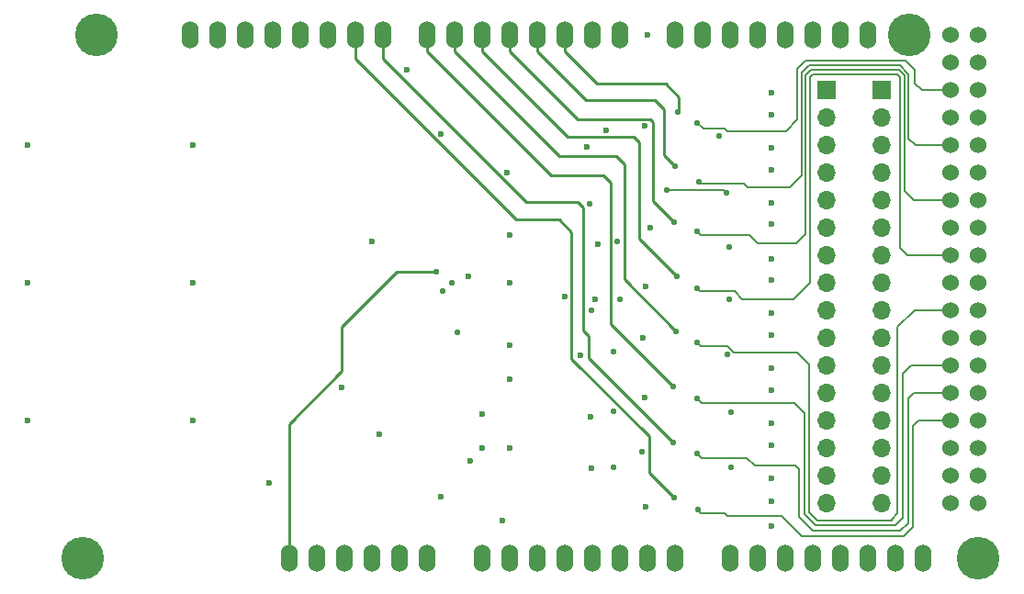
<source format=gbr>
G04 #@! TF.FileFunction,Copper,L2,Inr,Signal*
%FSLAX46Y46*%
G04 Gerber Fmt 4.6, Leading zero omitted, Abs format (unit mm)*
G04 Created by KiCad (PCBNEW 4.0.5) date Thursday, 11 May 2017 'PMt' 15:34:45*
%MOMM*%
%LPD*%
G01*
G04 APERTURE LIST*
%ADD10C,0.100000*%
%ADD11R,1.700000X1.700000*%
%ADD12O,1.700000X1.700000*%
%ADD13C,0.600000*%
%ADD14O,1.524000X2.540000*%
%ADD15C,3.937000*%
%ADD16C,1.524000*%
%ADD17C,0.550000*%
%ADD18C,0.250000*%
%ADD19C,0.200000*%
%ADD20C,0.150000*%
G04 APERTURE END LIST*
D10*
D11*
X180340000Y-83820000D03*
D12*
X180340000Y-86360000D03*
X180340000Y-88900000D03*
X180340000Y-91440000D03*
X180340000Y-93980000D03*
X180340000Y-96520000D03*
X180340000Y-99060000D03*
X180340000Y-101600000D03*
X180340000Y-104140000D03*
X180340000Y-106680000D03*
X180340000Y-109220000D03*
X180340000Y-111760000D03*
X180340000Y-114300000D03*
X180340000Y-116840000D03*
X180340000Y-119380000D03*
X180340000Y-121920000D03*
D11*
X175260000Y-83820000D03*
D12*
X175260000Y-86360000D03*
X175260000Y-88900000D03*
X175260000Y-91440000D03*
X175260000Y-93980000D03*
X175260000Y-96520000D03*
X175260000Y-99060000D03*
X175260000Y-101600000D03*
X175260000Y-104140000D03*
X175260000Y-106680000D03*
X175260000Y-109220000D03*
X175260000Y-111760000D03*
X175260000Y-114300000D03*
X175260000Y-116840000D03*
X175260000Y-119380000D03*
X175260000Y-121920000D03*
D13*
X101600000Y-101600000D03*
X116840000Y-101600000D03*
X101600000Y-88900000D03*
X116840000Y-88900000D03*
X101600000Y-114300000D03*
X116840000Y-114300000D03*
X158750000Y-78740000D03*
X123825000Y-120015000D03*
X139700000Y-121285000D03*
X136525000Y-81915000D03*
X142240000Y-100965000D03*
X133350000Y-97790000D03*
X133985000Y-115570000D03*
D14*
X161285000Y-78750000D03*
X163825000Y-78750000D03*
X166365000Y-78750000D03*
X168905000Y-78750000D03*
X171445000Y-78750000D03*
X173985000Y-78750000D03*
X176525000Y-78750000D03*
X179065000Y-78750000D03*
X184145000Y-127010000D03*
X181605000Y-127010000D03*
X179065000Y-127010000D03*
X176525000Y-127010000D03*
X166365000Y-127010000D03*
X161285000Y-127010000D03*
X158745000Y-127010000D03*
X168905000Y-127010000D03*
X171445000Y-127010000D03*
X173985000Y-127010000D03*
X156205000Y-127010000D03*
X153665000Y-127010000D03*
X151125000Y-127010000D03*
X143505000Y-127010000D03*
X146045000Y-127010000D03*
X148585000Y-127010000D03*
X138425000Y-127010000D03*
X135885000Y-127010000D03*
X133345000Y-127010000D03*
X128265000Y-127010000D03*
X125725000Y-127010000D03*
X156205000Y-78750000D03*
X153665000Y-78750000D03*
X151125000Y-78750000D03*
X148585000Y-78750000D03*
X146045000Y-78750000D03*
X143505000Y-78750000D03*
X140965000Y-78750000D03*
X138425000Y-78750000D03*
X134361000Y-78750000D03*
X131821000Y-78750000D03*
X129281000Y-78750000D03*
X126741000Y-78750000D03*
X124201000Y-78750000D03*
X121661000Y-78750000D03*
X119121000Y-78750000D03*
X116581000Y-78750000D03*
X130805000Y-127010000D03*
D15*
X189225000Y-127010000D03*
X182875000Y-78750000D03*
X107945000Y-78750000D03*
X106675000Y-127010000D03*
D16*
X186685000Y-81290000D03*
X189225000Y-81290000D03*
X186685000Y-83830000D03*
X189225000Y-83830000D03*
X186685000Y-86370000D03*
X189225000Y-86370000D03*
X186685000Y-88910000D03*
X189225000Y-88910000D03*
X186685000Y-78750000D03*
X189225000Y-78750000D03*
X189225000Y-91450000D03*
X186685000Y-91450000D03*
X186685000Y-93990000D03*
X189225000Y-93990000D03*
X186685000Y-96530000D03*
X189225000Y-96530000D03*
X186685000Y-99070000D03*
X189225000Y-99070000D03*
X186685000Y-101610000D03*
X189225000Y-101610000D03*
X186685000Y-104150000D03*
X189225000Y-104150000D03*
X186685000Y-106690000D03*
X189225000Y-106690000D03*
X186685000Y-109230000D03*
X189225000Y-109230000D03*
X186685000Y-111770000D03*
X189225000Y-111770000D03*
X186685000Y-114310000D03*
X189225000Y-114310000D03*
X186685000Y-116850000D03*
X189225000Y-116850000D03*
X186685000Y-119390000D03*
X189225000Y-119390000D03*
X186685000Y-121930000D03*
X189225000Y-121930000D03*
D17*
X139280900Y-100596700D03*
X139827000Y-102362000D03*
X140716000Y-101600000D03*
D13*
X130556000Y-111252000D03*
D17*
X141224000Y-106172000D03*
D13*
X139700000Y-87884000D03*
X153924000Y-103124000D03*
X145796000Y-91440000D03*
X151130000Y-102870000D03*
X146050000Y-97155000D03*
X146050000Y-101600000D03*
X146050000Y-107315000D03*
X143510000Y-113665000D03*
X146050000Y-110490000D03*
X146050000Y-116840000D03*
X143510000Y-116840000D03*
D17*
X160528000Y-93062900D03*
X166478624Y-118636376D03*
X155575000Y-118618000D03*
X166478624Y-113556376D03*
X155575000Y-113411000D03*
X166116000Y-108204000D03*
X155575000Y-107950000D03*
X166243000Y-103124000D03*
X156210000Y-103124000D03*
X166243000Y-98298000D03*
X155946000Y-97790000D03*
X166008145Y-93299300D03*
D13*
X154940000Y-87503000D03*
D17*
X165354000Y-88011000D03*
D13*
X170200000Y-121700000D03*
X170200000Y-119650000D03*
X170200000Y-86100000D03*
X170200000Y-91150000D03*
X170200000Y-89150000D03*
X170200000Y-96200000D03*
X170200000Y-94200000D03*
X170200000Y-99350000D03*
X170200000Y-101300000D03*
X170200000Y-106400000D03*
X170200000Y-104400000D03*
X170200000Y-111450000D03*
X170200000Y-109450000D03*
X170200000Y-114550000D03*
X170200000Y-116550000D03*
X170200000Y-84050000D03*
X170200000Y-124050000D03*
X145350000Y-123550000D03*
X142400000Y-118000000D03*
D17*
X153543000Y-104140000D03*
D13*
X158496000Y-87122000D03*
X153162000Y-89027000D03*
D17*
X153416000Y-94312900D03*
D13*
X159004000Y-96520000D03*
X154152600Y-98044000D03*
X158572200Y-101892100D03*
X158343600Y-106667300D03*
X152539700Y-108280200D03*
X158457900Y-112179100D03*
X153530300Y-113982500D03*
D17*
X158252000Y-117182900D03*
D13*
X153619200Y-118643400D03*
X158597600Y-122199400D03*
D17*
X161544000Y-85831000D03*
X161250000Y-90800000D03*
X161200000Y-96000000D03*
X161450000Y-100955000D03*
X161400000Y-106035000D03*
X161100000Y-111150000D03*
X161150000Y-116350000D03*
X161200000Y-121400000D03*
X163365400Y-122534900D03*
X163340000Y-117366000D03*
X163340000Y-112222500D03*
X163340000Y-107117100D03*
X163340000Y-102100600D03*
X163340000Y-96880900D03*
X163478192Y-92231192D03*
X163340000Y-86847900D03*
D18*
X130581400Y-109728000D02*
X125730000Y-114579400D01*
X125730000Y-114579400D02*
X125730000Y-127000000D01*
X130581400Y-105613200D02*
X130581400Y-109728000D01*
X135597900Y-100596700D02*
X130581400Y-105613200D01*
X139280900Y-100596700D02*
X135597900Y-100596700D01*
D19*
X160528000Y-93062900D02*
X165771745Y-93062900D01*
X165771745Y-93062900D02*
X166008145Y-93299300D01*
D18*
X161660000Y-85715000D02*
X161544000Y-85831000D01*
X160401000Y-83185000D02*
X161660000Y-84444000D01*
X161660000Y-84444000D02*
X161660000Y-85715000D01*
X154055000Y-83185000D02*
X160401000Y-83185000D01*
X151130000Y-78740000D02*
X151130000Y-80260000D01*
X151130000Y-80260000D02*
X154055000Y-83185000D01*
X160274000Y-85598000D02*
X160274000Y-89824000D01*
X160274000Y-89824000D02*
X161250000Y-90800000D01*
X159385000Y-84709000D02*
X160274000Y-85598000D01*
X153039000Y-84709000D02*
X159385000Y-84709000D01*
X148590000Y-78740000D02*
X148590000Y-80260000D01*
X148590000Y-80260000D02*
X153039000Y-84709000D01*
X159258000Y-86741000D02*
X159258000Y-94058000D01*
X159258000Y-94058000D02*
X161200000Y-96000000D01*
X159004000Y-86487000D02*
X159258000Y-86741000D01*
X152277000Y-86487000D02*
X159004000Y-86487000D01*
X146050000Y-78740000D02*
X146050000Y-80260000D01*
X146050000Y-80260000D02*
X152277000Y-86487000D01*
X157988000Y-88646000D02*
X157988000Y-97493000D01*
X157988000Y-97493000D02*
X161450000Y-100955000D01*
X157480000Y-88138000D02*
X157988000Y-88646000D01*
X151388000Y-88138000D02*
X157480000Y-88138000D01*
X143510000Y-78740000D02*
X143510000Y-80260000D01*
X143510000Y-80260000D02*
X151388000Y-88138000D01*
X156591000Y-90678000D02*
X156591000Y-101226000D01*
X156591000Y-101226000D02*
X161400000Y-106035000D01*
X155829000Y-89916000D02*
X156591000Y-90678000D01*
X150626000Y-89916000D02*
X155829000Y-89916000D01*
X140970000Y-78740000D02*
X140970000Y-80260000D01*
X140970000Y-80260000D02*
X150626000Y-89916000D01*
X155321000Y-92329000D02*
X155321000Y-105371000D01*
X155321000Y-105371000D02*
X161100000Y-111150000D01*
X154686000Y-91694000D02*
X155321000Y-92329000D01*
X149864000Y-91694000D02*
X154686000Y-91694000D01*
X138430000Y-78740000D02*
X138430000Y-80260000D01*
X138430000Y-80260000D02*
X149864000Y-91694000D01*
X152781000Y-105981500D02*
X152781000Y-94615000D01*
X152781000Y-94615000D02*
X152273000Y-94107000D01*
X153298999Y-106499499D02*
X152781000Y-105981500D01*
X153298999Y-108498999D02*
X153298999Y-106499499D01*
X134366000Y-78740000D02*
X134366000Y-80935002D01*
X134366000Y-80935002D02*
X147537998Y-94107000D01*
X147537998Y-94107000D02*
X152273000Y-94107000D01*
X153298999Y-108498999D02*
X161150000Y-116350000D01*
X158877000Y-115697000D02*
X158877000Y-119077000D01*
X158877000Y-119077000D02*
X161200000Y-121400000D01*
X151755001Y-108575001D02*
X158877000Y-115697000D01*
X150622000Y-95758000D02*
X151755001Y-96891001D01*
X151755001Y-96891001D02*
X151755001Y-108575001D01*
X146648998Y-95758000D02*
X150622000Y-95758000D01*
X131826000Y-78740000D02*
X131826000Y-80935002D01*
X131826000Y-80935002D02*
X146648998Y-95758000D01*
D20*
X163365400Y-122534900D02*
X163639500Y-122809000D01*
X182372000Y-124968000D02*
X183197500Y-124142500D01*
X183197500Y-124142500D02*
X183197500Y-114808000D01*
X163639500Y-122809000D02*
X165862000Y-122809000D01*
X165862000Y-122809000D02*
X166141400Y-123088400D01*
X166141400Y-123088400D02*
X171094400Y-123088400D01*
X171094400Y-123088400D02*
X172974000Y-124968000D01*
X172974000Y-124968000D02*
X182372000Y-124968000D01*
X183197500Y-114808000D02*
X183705500Y-114300000D01*
X183705500Y-114300000D02*
X186690000Y-114300000D01*
X182753000Y-122872500D02*
X182753000Y-123761500D01*
X182753000Y-123761500D02*
X182054500Y-124460000D01*
X182054500Y-124460000D02*
X173969320Y-124460000D01*
X173969320Y-124460000D02*
X172720000Y-123210680D01*
X172720000Y-123210680D02*
X172720000Y-118808500D01*
X168630600Y-118465600D02*
X167894000Y-117729000D01*
X172720000Y-118808500D02*
X172377100Y-118465600D01*
X172377100Y-118465600D02*
X168630600Y-118465600D01*
X167894000Y-117729000D02*
X163703000Y-117729000D01*
X163703000Y-117729000D02*
X163340000Y-117366000D01*
X182753000Y-112856190D02*
X182753000Y-122872500D01*
X182753000Y-122872500D02*
X182753000Y-123016190D01*
X186690000Y-111760000D02*
X183261000Y-111760000D01*
X183261000Y-111760000D02*
X182753000Y-112268000D01*
X182753000Y-112268000D02*
X182753000Y-112856190D01*
X163340000Y-112222500D02*
X163766500Y-112649000D01*
X183019700Y-109220000D02*
X186690000Y-109220000D01*
X182295800Y-109943900D02*
X183019700Y-109220000D01*
X182308500Y-123253500D02*
X182308500Y-109956600D01*
X181610000Y-123952000D02*
X182308500Y-123253500D01*
X174226580Y-123952000D02*
X181610000Y-123952000D01*
X173228000Y-113614200D02*
X173228000Y-122953420D01*
X182308500Y-109956600D02*
X182295800Y-109943900D01*
X172262800Y-112649000D02*
X173228000Y-113614200D01*
X173228000Y-122953420D02*
X174226580Y-123952000D01*
X163766500Y-112649000D02*
X172262800Y-112649000D01*
X186690000Y-104140000D02*
X183349900Y-104140000D01*
X183349900Y-104140000D02*
X181813200Y-105676700D01*
X181241700Y-123444000D02*
X181241700Y-123482100D01*
X181813200Y-105676700D02*
X181813200Y-122872500D01*
X166674800Y-108000800D02*
X166116000Y-107442000D01*
X166116000Y-107442000D02*
X163664900Y-107442000D01*
X181813200Y-122872500D02*
X181241700Y-123444000D01*
X181241700Y-123482100D02*
X174421800Y-123482100D01*
X174421800Y-123482100D02*
X173672500Y-122732800D01*
X173672500Y-122732800D02*
X173672500Y-109093000D01*
X173672500Y-109093000D02*
X172580300Y-108000800D01*
X172580300Y-108000800D02*
X166674800Y-108000800D01*
X163664900Y-107442000D02*
X163340000Y-107117100D01*
X186690000Y-99060000D02*
X182727600Y-99060000D01*
X181991000Y-82588100D02*
X181762400Y-82359500D01*
X173723300Y-82626200D02*
X173723300Y-101612700D01*
X172224700Y-103111300D02*
X167500300Y-103111300D01*
X182727600Y-99060000D02*
X181991000Y-98323400D01*
X181991000Y-98323400D02*
X181991000Y-82588100D01*
X181762400Y-82359500D02*
X173990000Y-82359500D01*
X173990000Y-82359500D02*
X173723300Y-82626200D01*
X173723300Y-101612700D02*
X172224700Y-103111300D01*
X167500300Y-103111300D02*
X166751000Y-102362000D01*
X166751000Y-102362000D02*
X163601400Y-102362000D01*
X163601400Y-102362000D02*
X163340000Y-102100600D01*
X181918790Y-81931690D02*
X182435500Y-82448400D01*
X173329600Y-82435700D02*
X173833610Y-81931690D01*
X186690000Y-93980000D02*
X183273700Y-93980000D01*
X183273700Y-93980000D02*
X182435500Y-93141800D01*
X182435500Y-93141800D02*
X182435500Y-82448400D01*
X181918790Y-81931690D02*
X173833610Y-81931690D01*
X173329600Y-97053400D02*
X172453300Y-97929700D01*
X173329600Y-82435700D02*
X173329600Y-97053400D01*
X172453300Y-97929700D02*
X168922700Y-97929700D01*
X168922700Y-97929700D02*
X168148000Y-97155000D01*
X168148000Y-97155000D02*
X163614100Y-97155000D01*
X163614100Y-97155000D02*
X163340000Y-96880900D01*
X163478192Y-92231192D02*
X163703000Y-92456000D01*
X163703000Y-92456000D02*
X167645164Y-92456000D01*
X182022347Y-81534000D02*
X182829200Y-82340853D01*
X167645164Y-92456000D02*
X167975364Y-92786200D01*
X171856400Y-92786200D02*
X172974000Y-91668600D01*
X167975364Y-92786200D02*
X171856400Y-92786200D01*
X172974000Y-91668600D02*
X172974000Y-82173720D01*
X183464200Y-88900000D02*
X186690000Y-88900000D01*
X172974000Y-82173720D02*
X173613720Y-81534000D01*
X173613720Y-81534000D02*
X182022347Y-81534000D01*
X182829200Y-82340853D02*
X182829200Y-88265000D01*
X182829200Y-88265000D02*
X183464200Y-88900000D01*
X163340000Y-86847900D02*
X163868100Y-87376000D01*
X171488100Y-87591900D02*
X172529500Y-86550500D01*
X163868100Y-87376000D02*
X165863802Y-87376000D01*
X165863802Y-87376000D02*
X166079702Y-87591900D01*
X166079702Y-87591900D02*
X171488100Y-87591900D01*
X172529500Y-86550500D02*
X172529500Y-81864200D01*
X172529500Y-81864200D02*
X173304200Y-81089500D01*
X173304200Y-81089500D02*
X182562500Y-81089500D01*
X182562500Y-81089500D02*
X183400700Y-81927700D01*
X183400700Y-81927700D02*
X183400700Y-83185000D01*
X183400700Y-83185000D02*
X184035700Y-83820000D01*
X184035700Y-83820000D02*
X186690000Y-83820000D01*
M02*

</source>
